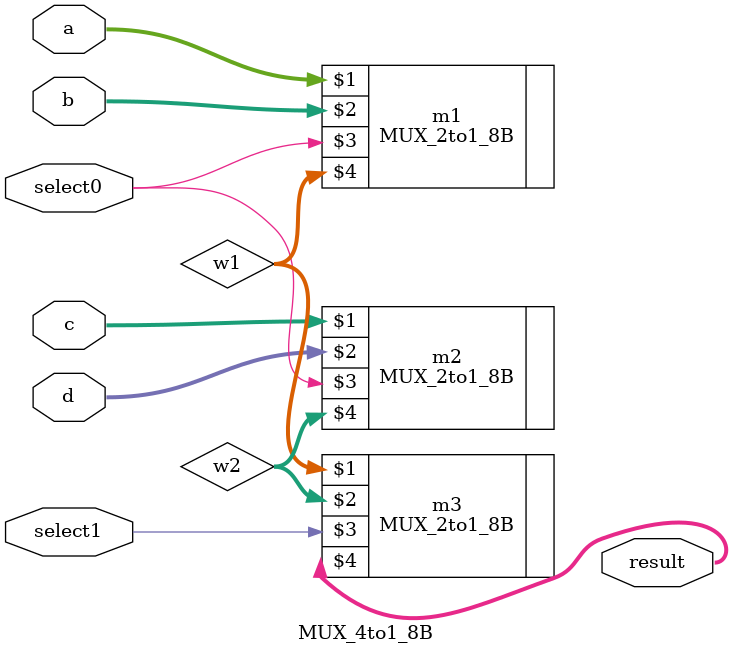
<source format=v>
module MUX_4to1_8B (
	input[7:0] a,
	input[7:0] b,
	input[7:0] c,
	input[7:0] d,
	input select0,
	input select1,
	output[7:0] result
);
	wire[7:0] w1, w2;
	
	MUX_2to1_8B m1(a, b, select0, w1);
	MUX_2to1_8B m2(c, d, select0, w2);
	MUX_2to1_8B m3(w1, w2, select1, result);

endmodule
</source>
